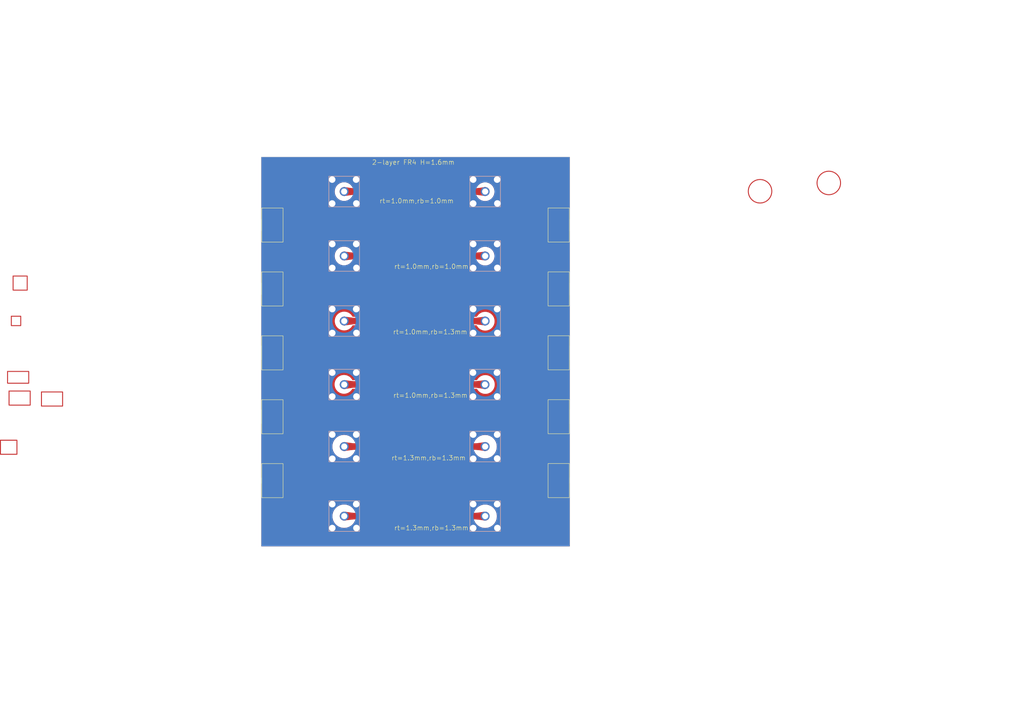
<source format=kicad_pcb>
(kicad_pcb (version 20240108) (generator "pcbnew") (generator_version "8.0")
  (layers (0 "F.Cu" signal) (31 "B.Cu" signal) (34 "B.Paste" user) (35 "F.Paste" user) (36 "B.SilkS" user "B.Silkscreen") (37 "F.SilkS" user "F.Silkscreen") (38 "B.Mask" user) (39 "F.Mask" user) (44 "Edge.Cuts" user))
  (net 0 "")
  (net 1 "Net-(SMA1-Pad1)")
  (net 2 "GND")
  (net 3 "Net-(SMA3-Pad1)")
  (net 4 "Net-(SMA5-Pad1)")
  (net 5 "Net-(SMA7-Pad1)")
  (net 6 "Net-(SMA10-Pad1)")
  (net 7 "Net-(SMA11-Pad1)")
  (net 8 "Net-(SMA12-Pad1)")
  (net 9 "Net-(SMA13-Pad1)")
  (net 10 "Net-(SMA15-Pad1)")
  (net 11 "Net-(SMA23-Pad1)")
  (net 12 "Net-(SMA28-Pad1)")
  (footprint "MUSIC_Lab:SMA_Edge" (layer "F.Cu") (at 143.9 75.1125 180)
    (property "Reference" "SMA4" (hide yes))
    (property "Value" "~" (hide yes))
    (pad "1" smd rect (at -0.75 0 180) (size 4.39 1) (layers "F.Cu" "F.Paste" "F.Mask") (net 3 "Net-(SMA3-Pad1)"))
    (pad "2" smd rect (at -0.86 -2.8 180) (size 4.5 1.6) (layers "*.Paste" "*.Mask" "F.Cu") (net 2 "GND"))
    (pad "2" smd rect (at -0.86 2.8 180) (size 4.5 1.6) (layers "*.Paste" "*.Mask" "F.Cu") (net 2 "GND"))
  )
  (footprint "MUSIC_Lab:SMA_Edge" (layer "F.Cu") (at 143.9 61.51 180)
    (property "Reference" "SMA2" (hide yes))
    (property "Value" "~" (hide yes))
    (pad "1" smd rect (at -0.75 0 180) (size 4.39 1) (layers "F.Cu" "F.Paste" "F.Mask") (net 1 "Net-(SMA1-Pad1)"))
    (pad "2" smd rect (at -0.86 -2.8 180) (size 4.5 1.6) (layers "*.Paste" "*.Mask" "F.Cu") (net 2 "GND"))
    (pad "2" smd rect (at -0.86 2.8 180) (size 4.5 1.6) (layers "*.Paste" "*.Mask" "F.Cu") (net 2 "GND"))
  )
  (footprint "MUSIC_Lab:SMA_Edge" (layer "F.Cu") (at 84.68 88.715)
    (property "Reference" "SMA5" (hide yes))
    (property "Value" "~" (hide yes))
    (pad "1" smd rect (at -0.75 0) (size 4.39 1) (layers "F.Cu" "F.Paste" "F.Mask") (net 4 "Net-(SMA5-Pad1)"))
    (pad "2" smd rect (at -0.86 -2.8) (size 4.5 1.6) (layers "*.Paste" "*.Mask" "F.Cu") (net 2 "GND"))
    (pad "2" smd rect (at -0.86 2.8) (size 4.5 1.6) (layers "*.Paste" "*.Mask" "F.Cu") (net 2 "GND"))
  )
  (footprint "MUSIC_Lab:SMA_Edge" (layer "F.Cu") (at 143.9 102.3175 180)
    (property "Reference" "SMA8" (hide yes))
    (property "Value" "~" (hide yes))
    (pad "1" smd rect (at -0.75 0 180) (size 4.39 1) (layers "F.Cu" "F.Paste" "F.Mask") (net 5 "Net-(SMA7-Pad1)"))
    (pad "2" smd rect (at -0.86 -2.8 180) (size 4.5 1.6) (layers "*.Paste" "*.Mask" "F.Cu") (net 2 "GND"))
    (pad "2" smd rect (at -0.86 2.8 180) (size 4.5 1.6) (layers "*.Paste" "*.Mask" "F.Cu") (net 2 "GND"))
  )
  (footprint "MUSIC_Lab:SMA_Edge" (layer "F.Cu") (at 84.68 115.92)
    (property "Reference" "SMA9" (hide yes))
    (property "Value" "~" (hide yes))
    (pad "1" smd rect (at -0.75 0) (size 4.39 1) (layers "F.Cu" "F.Paste" "F.Mask") (net 6 "Net-(SMA10-Pad1)"))
    (pad "2" smd rect (at -0.86 -2.8) (size 4.5 1.6) (layers "*.Paste" "*.Mask" "F.Cu") (net 2 "GND"))
    (pad "2" smd rect (at -0.86 2.8) (size 4.5 1.6) (layers "*.Paste" "*.Mask" "F.Cu") (net 2 "GND"))
  )
  (footprint "MUSIC_Lab:SMA_Edge" (layer "F.Cu") (at 84.68 61.51)
    (property "Reference" "SMA1" (hide yes))
    (property "Value" "~" (hide yes))
    (pad "1" smd rect (at -0.75 0) (size 4.39 1) (layers "F.Cu" "F.Paste" "F.Mask") (net 1 "Net-(SMA1-Pad1)"))
    (pad "2" smd rect (at -0.86 -2.8) (size 4.5 1.6) (layers "*.Paste" "*.Mask" "F.Cu") (net 2 "GND"))
    (pad "2" smd rect (at -0.86 2.8) (size 4.5 1.6) (layers "*.Paste" "*.Mask" "F.Cu") (net 2 "GND"))
  )
  (footprint "MUSIC_Lab:SMA_Edge" (layer "F.Cu") (at 84.68 75.1125)
    (property "Reference" "SMA3" (hide yes))
    (property "Value" "~" (hide yes))
    (pad "1" smd rect (at -0.75 0) (size 4.39 1) (layers "F.Cu" "F.Paste" "F.Mask") (net 3 "Net-(SMA3-Pad1)"))
    (pad "2" smd rect (at -0.86 -2.8) (size 4.5 1.6) (layers "*.Paste" "*.Mask" "F.Cu") (net 2 "GND"))
    (pad "2" smd rect (at -0.86 2.8) (size 4.5 1.6) (layers "*.Paste" "*.Mask" "F.Cu") (net 2 "GND"))
  )
  (footprint "MUSIC_Lab:SMA_Edge" (layer "F.Cu") (at 84.68 102.3175)
    (property "Reference" "SMA7" (hide yes))
    (property "Value" "~" (hide yes))
    (pad "1" smd rect (at -0.75 0) (size 4.39 1) (layers "F.Cu" "F.Paste" "F.Mask") (net 5 "Net-(SMA7-Pad1)"))
    (pad "2" smd rect (at -0.86 -2.8) (size 4.5 1.6) (layers "*.Paste" "*.Mask" "F.Cu") (net 2 "GND"))
    (pad "2" smd rect (at -0.86 2.8) (size 4.5 1.6) (layers "*.Paste" "*.Mask" "F.Cu") (net 2 "GND"))
  )
  (footprint "MUSIC_Lab:SMA_Edge" (layer "F.Cu") (at 143.9 88.715 180)
    (property "Reference" "SMA6" (hide yes))
    (property "Value" "~" (hide yes))
    (pad "1" smd rect (at -0.75 0 180) (size 4.39 1) (layers "F.Cu" "F.Paste" "F.Mask") (net 4 "Net-(SMA5-Pad1)"))
    (pad "2" smd rect (at -0.86 -2.8 180) (size 4.5 1.6) (layers "*.Paste" "*.Mask" "F.Cu") (net 2 "GND"))
    (pad "2" smd rect (at -0.86 2.8 180) (size 4.5 1.6) (layers "*.Paste" "*.Mask" "F.Cu") (net 2 "GND"))
  )
  (footprint "MUSIC_Lab:SMA_Edge" (layer "F.Cu") (at 143.9 115.92 180)
    (property "Reference" "SMA10" (hide yes))
    (property "Value" "~" (hide yes))
    (pad "1" smd rect (at -0.75 0 180) (size 4.39 1) (layers "F.Cu" "F.Paste" "F.Mask") (net 6 "Net-(SMA10-Pad1)"))
    (pad "2" smd rect (at -0.86 -2.8 180) (size 4.5 1.6) (layers "*.Paste" "*.Mask" "F.Cu") (net 2 "GND"))
    (pad "2" smd rect (at -0.86 2.8 180) (size 4.5 1.6) (layers "*.Paste" "*.Mask" "F.Cu") (net 2 "GND"))
  )
  (footprint "MUSIC_Lab:SMA_KHD" (layer "B.Cu") (at 99.155 95.45 180)
    (property "Reference" "SMA15" (hide yes))
    (property "Value" "~" (hide yes))
    (pad "1" thru_hole circle (at 0.04 -0.03 180) (size 1.9 1.9) (drill 1.3) (layers "*.Cu" "*.Mask") (net 10 "Net-(SMA15-Pad1)"))
    (pad "2" thru_hole circle (at -2.56 -2.57 180) (size 2 2) (drill 1.4) (layers "*.Cu" "*.Mask") (net 2 "GND") (thermal_bridge_width 0.5) (thermal_gap 0.25))
    (pad "2" thru_hole circle (at -2.51 2.52 180) (size 2 2) (drill 1.4) (layers "*.Cu" "*.Mask") (net 2 "GND") (thermal_bridge_width 0.5) (thermal_gap 0.25))
    (pad "2" thru_hole circle (at 2.59 -2.58 180) (size 2 2) (drill 1.4) (layers "*.Cu" "*.Mask") (net 2 "GND") (thermal_bridge_width 0.5) (thermal_gap 0.25))
    (pad "2" thru_hole circle (at 2.59 2.52 180) (size 2 2) (drill 1.4) (layers "*.Cu" "*.Mask") (net 2 "GND") (thermal_bridge_width 0.5) (thermal_gap 0.25))
  )
  (footprint "MUSIC_Lab:SMA_KHD" (layer "B.Cu") (at 129.125 108.71 90)
    (property "Reference" "SMA24" (hide yes))
    (property "Value" "~" (hide yes))
    (pad "1" thru_hole circle (at 0.04 -0.03 90) (size 1.9 1.9) (drill 1.3) (layers "*.Cu" "*.Mask") (net 11 "Net-(SMA23-Pad1)"))
    (pad "2" thru_hole circle (at -2.56 -2.57 90) (size 2 2) (drill 1.4) (layers "*.Cu" "*.Mask") (net 2 "GND") (thermal_bridge_width 0.5) (thermal_gap 0.25))
    (pad "2" thru_hole circle (at -2.51 2.52 90) (size 2 2) (drill 1.4) (layers "*.Cu" "*.Mask") (net 2 "GND") (thermal_bridge_width 0.5) (thermal_gap 0.25))
    (pad "2" thru_hole circle (at 2.59 -2.58 90) (size 2 2) (drill 1.4) (layers "*.Cu" "*.Mask") (net 2 "GND") (thermal_bridge_width 0.5) (thermal_gap 0.25))
    (pad "2" thru_hole circle (at 2.59 2.52 90) (size 2 2) (drill 1.4) (layers "*.Cu" "*.Mask") (net 2 "GND") (thermal_bridge_width 0.5) (thermal_gap 0.25))
  )
  (footprint "MUSIC_Lab:SMA_KHD" (layer "B.Cu") (at 99.145 108.71 90)
    (property "Reference" "SMA23" (hide yes))
    (property "Value" "~" (hide yes))
    (pad "1" thru_hole circle (at 0.04 -0.03 90) (size 1.9 1.9) (drill 1.3) (layers "*.Cu" "*.Mask") (net 11 "Net-(SMA23-Pad1)"))
    (pad "2" thru_hole circle (at -2.56 -2.57 90) (size 2 2) (drill 1.4) (layers "*.Cu" "*.Mask") (net 2 "GND") (thermal_bridge_width 0.5) (thermal_gap 0.25))
    (pad "2" thru_hole circle (at -2.51 2.52 90) (size 2 2) (drill 1.4) (layers "*.Cu" "*.Mask") (net 2 "GND") (thermal_bridge_width 0.5) (thermal_gap 0.25))
    (pad "2" thru_hole circle (at 2.59 -2.58 90) (size 2 2) (drill 1.4) (layers "*.Cu" "*.Mask") (net 2 "GND") (thermal_bridge_width 0.5) (thermal_gap 0.25))
    (pad "2" thru_hole circle (at 2.59 2.52 90) (size 2 2) (drill 1.4) (layers "*.Cu" "*.Mask") (net 2 "GND") (thermal_bridge_width 0.5) (thermal_gap 0.25))
  )
  (footprint "MUSIC_Lab:SMA_KHD" (layer "B.Cu") (at 129.135 68.07 180)
    (property "Reference" "SMA16" (hide yes))
    (property "Value" "~" (hide yes))
    (pad "1" thru_hole circle (at 0.04 -0.03 180) (size 1.9 1.9) (drill 1.3) (layers "*.Cu" "*.Mask") (net 7 "Net-(SMA11-Pad1)"))
    (pad "2" thru_hole circle (at -2.56 -2.57 180) (size 2 2) (drill 1.4) (layers "*.Cu" "*.Mask") (net 2 "GND") (thermal_bridge_width 0.5) (thermal_gap 0.25))
    (pad "2" thru_hole circle (at -2.51 2.52 180) (size 2 2) (drill 1.4) (layers "*.Cu" "*.Mask") (net 2 "GND") (thermal_bridge_width 0.5) (thermal_gap 0.25))
    (pad "2" thru_hole circle (at 2.59 -2.58 180) (size 2 2) (drill 1.4) (layers "*.Cu" "*.Mask") (net 2 "GND") (thermal_bridge_width 0.5) (thermal_gap 0.25))
    (pad "2" thru_hole circle (at 2.59 2.52 180) (size 2 2) (drill 1.4) (layers "*.Cu" "*.Mask") (net 2 "GND") (thermal_bridge_width 0.5) (thermal_gap 0.25))
  )
  (footprint "MUSIC_Lab:SMA_KHD" (layer "B.Cu") (at 129.135 81.92 180)
    (property "Reference" "SMA18" (hide yes))
    (property "Value" "~" (hide yes))
    (pad "1" thru_hole circle (at 0.04 -0.03 180) (size 1.9 1.9) (drill 1.3) (layers "*.Cu" "*.Mask") (net 9 "Net-(SMA13-Pad1)"))
    (pad "2" thru_hole circle (at -2.56 -2.57 180) (size 2 2) (drill 1.4) (layers "*.Cu" "*.Mask") (net 2 "GND") (thermal_bridge_width 0.5) (thermal_gap 0.25))
    (pad "2" thru_hole circle (at -2.51 2.52 180) (size 2 2) (drill 1.4) (layers "*.Cu" "*.Mask") (net 2 "GND") (thermal_bridge_width 0.5) (thermal_gap 0.25))
    (pad "2" thru_hole circle (at 2.59 -2.58 180) (size 2 2) (drill 1.4) (layers "*.Cu" "*.Mask") (net 2 "GND") (thermal_bridge_width 0.5) (thermal_gap 0.25))
    (pad "2" thru_hole circle (at 2.59 2.52 180) (size 2 2) (drill 1.4) (layers "*.Cu" "*.Mask") (net 2 "GND") (thermal_bridge_width 0.5) (thermal_gap 0.25))
  )
  (footprint "MUSIC_Lab:SMA_KHD" (layer "B.Cu") (at 99.155 81.92 180)
    (property "Reference" "SMA13" (hide yes))
    (property "Value" "~" (hide yes))
    (pad "1" thru_hole circle (at 0.04 -0.03 180) (size 1.9 1.9) (drill 1.3) (layers "*.Cu" "*.Mask") (net 9 "Net-(SMA13-Pad1)"))
    (pad "2" thru_hole circle (at -2.56 -2.57 180) (size 2 2) (drill 1.4) (layers "*.Cu" "*.Mask") (net 2 "GND") (thermal_bridge_width 0.5) (thermal_gap 0.25))
    (pad "2" thru_hole circle (at -2.51 2.52 180) (size 2 2) (drill 1.4) (layers "*.Cu" "*.Mask") (net 2 "GND") (thermal_bridge_width 0.5) (thermal_gap 0.25))
    (pad "2" thru_hole circle (at 2.59 -2.58 180) (size 2 2) (drill 1.4) (layers "*.Cu" "*.Mask") (net 2 "GND") (thermal_bridge_width 0.5) (thermal_gap 0.25))
    (pad "2" thru_hole circle (at 2.59 2.52 180) (size 2 2) (drill 1.4) (layers "*.Cu" "*.Mask") (net 2 "GND") (thermal_bridge_width 0.5) (thermal_gap 0.25))
  )
  (footprint "MUSIC_Lab:SMA_KHD" (layer "B.Cu") (at 99.155 68.07 180)
    (property "Reference" "SMA11" (hide yes))
    (property "Value" "~" (hide yes))
    (pad "1" thru_hole circle (at 0.04 -0.03 180) (size 1.9 1.9) (drill 1.3) (layers "*.Cu" "*.Mask") (net 7 "Net-(SMA11-Pad1)"))
    (pad "2" thru_hole circle (at -2.56 -2.57 180) (size 2 2) (drill 1.4) (layers "*.Cu" "*.Mask") (net 2 "GND") (thermal_bridge_width 0.5) (thermal_gap 0.25))
    (pad "2" thru_hole circle (at -2.51 2.52 180) (size 2 2) (drill 1.4) (layers "*.Cu" "*.Mask") (net 2 "GND") (thermal_bridge_width 0.5) (thermal_gap 0.25))
    (pad "2" thru_hole circle (at 2.59 -2.58 180) (size 2 2) (drill 1.4) (layers "*.Cu" "*.Mask") (net 2 "GND") (thermal_bridge_width 0.5) (thermal_gap 0.25))
    (pad "2" thru_hole circle (at 2.59 2.52 180) (size 2 2) (drill 1.4) (layers "*.Cu" "*.Mask") (net 2 "GND") (thermal_bridge_width 0.5) (thermal_gap 0.25))
  )
  (footprint "MUSIC_Lab:SMA_KHD" (layer "B.Cu") (at 129.095 95.45 180)
    (property "Reference" "SMA20" (hide yes))
    (property "Value" "~" (hide yes))
    (pad "1" thru_hole circle (at 0.04 -0.03 180) (size 1.9 1.9) (drill 1.3) (layers "*.Cu" "*.Mask") (net 10 "Net-(SMA15-Pad1)"))
    (pad "2" thru_hole circle (at -2.56 -2.57 180) (size 2 2) (drill 1.4) (layers "*.Cu" "*.Mask") (net 2 "GND") (thermal_bridge_width 0.5) (thermal_gap 0.25))
    (pad "2" thru_hole circle (at -2.51 2.52 180) (size 2 2) (drill 1.4) (layers "*.Cu" "*.Mask") (net 2 "GND") (thermal_bridge_width 0.5) (thermal_gap 0.25))
    (pad "2" thru_hole circle (at 2.59 -2.58 180) (size 2 2) (drill 1.4) (layers "*.Cu" "*.Mask") (net 2 "GND") (thermal_bridge_width 0.5) (thermal_gap 0.25))
    (pad "2" thru_hole circle (at 2.59 2.52 180) (size 2 2) (drill 1.4) (layers "*.Cu" "*.Mask") (net 2 "GND") (thermal_bridge_width 0.5) (thermal_gap 0.25))
  )
  (footprint "MUSIC_Lab:SMA_KHD" (layer "B.Cu") (at 99.135 54.35 180)
    (property "Reference" "SMA14" (hide yes))
    (property "Value" "~" (hide yes))
    (pad "1" thru_hole circle (at 0.04 -0.03 180) (size 1.9 1.9) (drill 1.3) (layers "*.Cu" "*.Mask") (net 8 "Net-(SMA12-Pad1)"))
    (pad "2" thru_hole circle (at -2.56 -2.57 180) (size 2 2) (drill 1.4) (layers "*.Cu" "*.Mask") (net 2 "GND") (thermal_bridge_width 0.5) (thermal_gap 0.25))
    (pad "2" thru_hole circle (at -2.51 2.52 180) (size 2 2) (drill 1.4) (layers "*.Cu" "*.Mask") (net 2 "GND") (thermal_bridge_width 0.5) (thermal_gap 0.25))
    (pad "2" thru_hole circle (at 2.59 -2.58 180) (size 2 2) (drill 1.4) (layers "*.Cu" "*.Mask") (net 2 "GND") (thermal_bridge_width 0.5) (thermal_gap 0.25))
    (pad "2" thru_hole circle (at 2.59 2.52 180) (size 2 2) (drill 1.4) (layers "*.Cu" "*.Mask") (net 2 "GND") (thermal_bridge_width 0.5) (thermal_gap 0.25))
  )
  (footprint "MUSIC_Lab:SMA_KHD" (layer "B.Cu") (at 99.155 123.45 180)
    (property "Reference" "SMA28" (hide yes))
    (property "Value" "~" (hide yes))
    (pad "1" thru_hole circle (at 0.04 -0.03 180) (size 1.9 1.9) (drill 1.3) (layers "*.Cu" "*.Mask") (net 12 "Net-(SMA28-Pad1)"))
    (pad "2" thru_hole circle (at -2.56 -2.57 180) (size 2 2) (drill 1.4) (layers "*.Cu" "*.Mask") (net 2 "GND") (thermal_bridge_width 0.5) (thermal_gap 0.25))
    (pad "2" thru_hole circle (at -2.51 2.52 180) (size 2 2) (drill 1.4) (layers "*.Cu" "*.Mask") (net 2 "GND") (thermal_bridge_width 0.5) (thermal_gap 0.25))
    (pad "2" thru_hole circle (at 2.59 -2.58 180) (size 2 2) (drill 1.4) (layers "*.Cu" "*.Mask") (net 2 "GND") (thermal_bridge_width 0.5) (thermal_gap 0.25))
    (pad "2" thru_hole circle (at 2.59 2.52 180) (size 2 2) (drill 1.4) (layers "*.Cu" "*.Mask") (net 2 "GND") (thermal_bridge_width 0.5) (thermal_gap 0.25))
  )
  (footprint "MUSIC_Lab:SMA_KHD" (layer "B.Cu") (at 129.135001 54.35 180)
    (property "Reference" "SMA12" (hide yes))
    (property "Value" "~" (hide yes))
    (pad "1" thru_hole circle (at 0.04 -0.03 180) (size 1.9 1.9) (drill 1.3) (layers "*.Cu" "*.Mask") (net 8 "Net-(SMA12-Pad1)"))
    (pad "2" thru_hole circle (at -2.56 -2.57 180) (size 2 2) (drill 1.4) (layers "*.Cu" "*.Mask") (net 2 "GND") (thermal_bridge_width 0.5) (thermal_gap 0.25))
    (pad "2" thru_hole circle (at -2.51 2.52 180) (size 2 2) (drill 1.4) (layers "*.Cu" "*.Mask") (net 2 "GND") (thermal_bridge_width 0.5) (thermal_gap 0.25))
    (pad "2" thru_hole circle (at 2.59 -2.58 180) (size 2 2) (drill 1.4) (layers "*.Cu" "*.Mask") (net 2 "GND") (thermal_bridge_width 0.5) (thermal_gap 0.25))
    (pad "2" thru_hole circle (at 2.59 2.52 180) (size 2 2) (drill 1.4) (layers "*.Cu" "*.Mask") (net 2 "GND") (thermal_bridge_width 0.5) (thermal_gap 0.25))
  )
  (footprint "MUSIC_Lab:SMA_KHD" (layer "B.Cu") (at 129.135 123.45 180)
    (property "Reference" "SMA30" (hide yes))
    (property "Value" "~" (hide yes))
    (pad "1" thru_hole circle (at 0.04 -0.03 180) (size 1.9 1.9) (drill 1.3) (layers "*.Cu" "*.Mask") (net 12 "Net-(SMA28-Pad1)"))
    (pad "2" thru_hole circle (at -2.56 -2.57 180) (size 2 2) (drill 1.4) (layers "*.Cu" "*.Mask") (net 2 "GND") (thermal_bridge_width 0.5) (thermal_gap 0.25))
    (pad "2" thru_hole circle (at -2.51 2.52 180) (size 2 2) (drill 1.4) (layers "*.Cu" "*.Mask") (net 2 "GND") (thermal_bridge_width 0.5) (thermal_gap 0.25))
    (pad "2" thru_hole circle (at 2.59 -2.58 180) (size 2 2) (drill 1.4) (layers "*.Cu" "*.Mask") (net 2 "GND") (thermal_bridge_width 0.5) (thermal_gap 0.25))
    (pad "2" thru_hole circle (at 2.59 2.52 180) (size 2 2) (drill 1.4) (layers "*.Cu" "*.Mask") (net 2 "GND") (thermal_bridge_width 0.5) (thermal_gap 0.25))
  )
  (gr_circle (center 187.58 54.32) (end 190.08 54.32) (stroke (width 0.2)) (fill none) (layer "F.Cu"))
  (gr_rect (start 28.67 72.37) (end 31.67 75.37) (stroke (width 0.2)) (fill none) (layer "F.Cu"))
  (gr_circle (center 202.21 52.55) (end 204.71 52.55) (stroke (width 0.2)) (fill none) (layer "F.Cu"))
  (gr_rect (start 34.7 97.05) (end 39.2 100.05) (stroke (width 0.2)) (fill none) (layer "F.Cu"))
  (gr_rect (start 28.29 80.92) (end 30.29 82.92) (stroke (width 0.2)) (fill none) (layer "F.Cu"))
  (gr_rect (start 27.81 96.85) (end 32.31 99.85) (stroke (width 0.2)) (fill none) (layer "F.Cu"))
  (gr_rect (start 27.49 92.68) (end 31.99 95.18) (stroke (width 0.2)) (fill none) (layer "F.Cu"))
  (gr_rect (start 25.98 107.32) (end 29.48 110.32) (stroke (width 0.2)) (fill none) (layer "F.Cu"))
  (gr_rect (start 81.47 47.01) (end 147.12 129.93) (stroke (width 0.05)) (fill none) (layer "Edge.Cuts"))
  (gr_text "rt=1.3mm,rb=1.3mm" (at 117.645 126.58 0) (layer "F.SilkS") (effects (font (size 1 1) (thickness 0.1)) (justify bottom)))
  (gr_text "rt=1.0mm,rb=1.0mm" (at 117.645 70.92 0) (layer "F.SilkS") (effects (font (size 1 1) (thickness 0.1)) (justify bottom)))
  (gr_text "rt=1.0mm,rb=1.3mm" (at 117.445 98.36 0) (layer "F.SilkS") (effects (font (size 1 1) (thickness 0.1)) (justify bottom)))
  (gr_text "rt=1.0mm,rb=1.3mm" (at 117.385 84.85 0) (layer "F.SilkS") (effects (font (size 1 1) (thickness 0.1)) (justify bottom)))
  (gr_text "rt=1.3mm,rb=1.3mm" (at 117.055 111.68 0) (layer "F.SilkS") (effects (font (size 1 1) (thickness 0.1)) (justify bottom)))
  (gr_text "rt=1.0mm,rb=1.0mm" (at 114.5 56.96 0) (layer "F.SilkS") (effects (font (size 1 1) (thickness 0.1)) (justify bottom)))
  (gr_text "2-layer FR4 H=1.6mm" (at 104.99 48.74 0) (layer "F.SilkS") (effects (font (size 1 1) (thickness 0.1)) (justify left bottom)))
  (segment (start 83.93 61.51) (end 144.86 61.51) (width 1.4) (layer "F.Cu") (net 1))
  (segment (start 83.93 75.1125) (end 144.65 75.1125) (width 1.4) (layer "F.Cu") (net 3))
  (segment (start 144.65 88.715) (end 83.93 88.715) (width 1.4) (layer "F.Cu") (net 4))
  (segment (start 83.93 102.3175) (end 144.65 102.3175) (width 1.4) (layer "F.Cu") (net 5))
  (segment (start 83.93 115.92) (end 144.65 115.92) (width 1.4) (layer "F.Cu") (net 6))
  (segment (start 99.095 68.1) (end 129.095 68.1) (width 1.4) (layer "F.Cu") (net 7))
  (segment (start 99.095 54.38) (end 129.095001 54.38) (width 1.4) (layer "F.Cu") (net 8))
  (segment (start 128.885001 54.38) (end 129.095001 54.17) (width 1.3) (layer "F.Cu") (net 8))
  (segment (start 99.155 81.95) (end 129.095 81.95) (width 1.4) (layer "F.Cu") (net 9))
  (segment (start 99.155 95.48) (end 99.185 95.45) (width 0.43) (layer "F.Cu") (net 10))
  (segment (start 99.185 95.45) (end 129.025 95.45) (width 1.4) (layer "F.Cu") (net 10))
  (segment (start 129.025 95.45) (end 129.055 95.48) (width 1.4) (layer "F.Cu") (net 10))
  (segment (start 129.135001 95.45) (end 129.105001 95.48) (width 0.43) (layer "F.Cu") (net 10))
  (segment (start 99.155 108.67) (end 129.095 108.67) (width 1.4) (layer "F.Cu") (net 11))
  (segment (start 99.115 123.48) (end 129.095 123.48) (width 1.4) (layer "F.Cu") (net 12))
  (zone (net 0) (net_name "") (layer "F.Cu") (connect_pads (clearance 0)) (min_thickness 0.25)
    (keepout (tracks allowed) (vias not_allowed) (pads allowed) (copperpour not_allowed) (footprints allowed))
    (fill (thermal_gap 0.5) (thermal_bridge_width 0.5))
    (polygon (pts (xy 34.44 92.83) (xy 38.94 92.83) (xy 38.94 95.33) (xy 34.44 95.33)))
  )
  (zone (net 0) (net_name "") (layer "F.Cu") (connect_pads (clearance 0)) (min_thickness 0.25)
    (keepout (tracks allowed) (vias not_allowed) (pads allowed) (copperpour not_allowed) (footprints allowed))
    (fill (thermal_gap 0.5) (thermal_bridge_width 0.5))
    (polygon (pts (xy 81.51 60.26) (xy 86.01 60.26) (xy 87.11 60.93) (xy 87.11 62.1) (xy 86.01 62.76) (xy 81.51 62.76)))
  )
  (zone (net 0) (net_name "") (layer "F.Cu") (connect_pads (clearance 0)) (min_thickness 0.25)
    (keepout (tracks allowed) (vias not_allowed) (pads allowed) (copperpour not_allowed) (footprints allowed))
    (fill (thermal_gap 0.5) (thermal_bridge_width 0.5))
    (polygon (pts (xy 147.04 62.77) (xy 142.54 62.77) (xy 141.44 62.1) (xy 141.44 60.93) (xy 142.54 60.27) (xy 147.04 60.27)))
  )
  (zone (net 0) (net_name "") (layer "F.Cu") (connect_pads (clearance 0)) (min_thickness 0.25)
    (keepout (tracks allowed) (vias not_allowed) (pads allowed) (copperpour not_allowed) (footprints allowed))
    (fill (thermal_gap 0.5) (thermal_bridge_width 0.5))
    (polygon (pts (xy 101.10037 81.950357) (xy 101.080013 81.665727) (xy 101.019356 81.386892) (xy 100.919634 81.119527) (xy 100.782877 80.869075) (xy 100.611869 80.640636) (xy 100.410091 80.438858) (xy 100.181652 80.26785) (xy 99.9312 80.131093) (xy 99.663835 80.031371) (xy 99.385 79.970714) (xy 99.10037 79.950357) (xy 98.81574 79.970714) (xy 98.536905 80.031371) (xy 98.26954 80.131093) (xy 98.019088 80.26785) (xy 97.790649 80.438858) (xy 97.588871 80.640636) (xy 97.417863 80.869075) (xy 97.281106 81.119527) (xy 97.181384 81.386892) (xy 97.120727 81.665727) (xy 97.10037 81.950357) (xy 97.120727 82.234987) (xy 97.181384 82.513822) (xy 97.281106 82.781187) (xy 97.417863 83.031639) (xy 97.588871 83.260078) (xy 97.790649 83.461856) (xy 98.019088 83.632864) (xy 98.26954 83.769621) (xy 98.536905 83.869343) (xy 98.81574 83.93) (xy 99.10037 83.950357) (xy 99.385 83.93) (xy 99.663835 83.869343) (xy 99.9312 83.769621) (xy 100.181652 83.632864) (xy 100.410091 83.461856) (xy 100.611869 83.260078) (xy 100.782877 83.031639) (xy 100.919634 82.781187) (xy 101.019356 82.513822) (xy 101.080013 82.234987)))
  )
  (zone (net 0) (net_name "") (layer "F.Cu") (connect_pads (clearance 0)) (min_thickness 0.25)
    (keepout (tracks allowed) (vias not_allowed) (pads allowed) (copperpour not_allowed) (footprints allowed))
    (fill (thermal_gap 0.5) (thermal_bridge_width 0.5))
    (polygon (pts (xy 81.52847 100.810336) (xy 85.02847 100.810336) (xy 87.03847 101.810336) (xy 87.03847 102.810336) (xy 85.02847 103.810336) (xy 81.52847 103.810336)))
  )
  (zone (net 0) (net_name "") (layer "F.Cu") (connect_pads (clearance 0)) (min_thickness 0.25)
    (keepout (tracks allowed) (vias not_allowed) (pads allowed) (copperpour not_allowed) (footprints allowed))
    (fill (thermal_gap 0.5) (thermal_bridge_width 0.5))
    (polygon (pts (xy 131.135357 95.45537) (xy 131.115 95.17074) (xy 131.054343 94.891905) (xy 130.954621 94.62454) (xy 130.817864 94.374088) (xy 130.646856 94.145649) (xy 130.445078 93.943871) (xy 130.216639 93.772863) (xy 129.966187 93.636106) (xy 129.698822 93.536384) (xy 129.419987 93.475727) (xy 129.135357 93.45537) (xy 128.850727 93.475727) (xy 128.571892 93.536384) (xy 128.304527 93.636106) (xy 128.054075 93.772863) (xy 127.825636 93.943871) (xy 127.623858 94.145649) (xy 127.45285 94.374088) (xy 127.316093 94.62454) (xy 127.216371 94.891905) (xy 127.155714 95.17074) (xy 127.135357 95.45537) (xy 127.155714 95.74) (xy 127.216371 96.018835) (xy 127.316093 96.2862) (xy 127.45285 96.536652) (xy 127.623858 96.765091) (xy 127.825636 96.966869) (xy 128.054075 97.137877) (xy 128.304527 97.274634) (xy 128.571892 97.374356) (xy 128.850727 97.435013) (xy 129.135357 97.45537) (xy 129.419987 97.435013) (xy 129.698822 97.374356) (xy 129.966187 97.274634) (xy 130.216639 97.137877) (xy 130.445078 96.966869) (xy 130.646856 96.765091) (xy 130.817864 96.536652) (xy 130.954621 96.2862) (xy 131.054343 96.018835) (xy 131.115 95.74)))
  )
  (zone (net 0) (net_name "") (layer "F.Cu") (connect_pads (clearance 0)) (min_thickness 0.25)
    (keepout (tracks not_allowed) (vias not_allowed) (pads not_allowed) (copperpour not_allowed) (footprints allowed))
    (fill (thermal_gap 0.5) (thermal_bridge_width 0.5))
    (polygon (pts (xy 37.07 106.38) (xy 41.57 106.38) (xy 41.57 109.38) (xy 37.07 109.38)))
  )
  (zone (net 0) (net_name "") (layer "F.Cu") (connect_pads (clearance 0)) (min_thickness 0.25)
    (keepout (tracks not_allowed) (vias not_allowed) (pads not_allowed) (copperpour not_allowed) (footprints allowed))
    (fill (thermal_gap 0.5) (thermal_bridge_width 0.5))
    (polygon (pts (xy 31.88 106.57) (xy 36.38 106.57) (xy 36.38 109.57) (xy 31.88 109.57)))
  )
  (zone (net 0) (net_name "") (layer "F.Cu") (connect_pads (clearance 0)) (min_thickness 0.25)
    (keepout (tracks allowed) (vias not_allowed) (pads allowed) (copperpour not_allowed) (footprints allowed))
    (fill (thermal_gap 0.5) (thermal_bridge_width 0.5))
    (polygon (pts (xy 147.04613 103.812064) (xy 143.54613 103.812064) (xy 141.53613 102.812065) (xy 141.53613 101.812064) (xy 143.54613 100.812064) (xy 147.046129 100.812064)))
  )
  (zone (net 0) (net_name "") (layer "F.Cu") (connect_pads (clearance 0)) (min_thickness 0.25)
    (keepout (tracks allowed) (vias not_allowed) (pads allowed) (copperpour not_allowed) (footprints allowed))
    (fill (thermal_gap 0.5) (thermal_bridge_width 0.5))
    (polygon (pts (xy 101.061535 95.431014) (xy 101.041178 95.146384) (xy 100.980521 94.867549) (xy 100.880799 94.600184) (xy 100.744042 94.349732) (xy 100.573034 94.121293) (xy 100.371256 93.919515) (xy 100.142817 93.748507) (xy 99.892365 93.61175) (xy 99.625 93.512028) (xy 99.346165 93.451371) (xy 99.061535 93.431014) (xy 98.776905 93.451371) (xy 98.49807 93.512028) (xy 98.230705 93.61175) (xy 97.980253 93.748507) (xy 97.751814 93.919515) (xy 97.550036 94.121293) (xy 97.379028 94.349732) (xy 97.242271 94.600184) (xy 97.142549 94.867549) (xy 97.081892 95.146384) (xy 97.061535 95.431014) (xy 97.081892 95.715644) (xy 97.142549 95.994479) (xy 97.242271 96.261844) (xy 97.379028 96.512296) (xy 97.550036 96.740735) (xy 97.751814 96.942513) (xy 97.980253 97.113521) (xy 98.230705 97.250278) (xy 98.49807 97.35) (xy 98.776905 97.410657) (xy 99.061535 97.431014) (xy 99.346165 97.410657) (xy 99.625 97.35) (xy 99.892365 97.250278) (xy 100.142817 97.113521) (xy 100.371256 96.942513) (xy 100.573034 96.740735) (xy 100.744042 96.512296) (xy 100.880799 96.261844) (xy 100.980521 95.994479) (xy 101.041178 95.715644)))
  )
  (zone (net 0) (net_name "") (layer "F.Cu") (connect_pads (clearance 0)) (min_thickness 0.25)
    (keepout (tracks allowed) (vias not_allowed) (pads allowed) (copperpour not_allowed) (footprints allowed))
    (fill (thermal_gap 0.5) (thermal_bridge_width 0.5))
    (polygon (pts (xy 63.63 58.2) (xy 68.13 58.2) (xy 69.23 58.87) (xy 69.23 60.04) (xy 68.13 60.7) (xy 63.63 60.7)))
  )
  (zone (net 0) (net_name "") (layer "F.Cu") (connect_pads (clearance 0)) (min_thickness 0.25)
    (keepout (tracks allowed) (vias not_allowed) (pads allowed) (copperpour not_allowed) (footprints allowed))
    (fill (thermal_gap 0.5) (thermal_bridge_width 0.5))
    (polygon (pts (xy 34.86 79.43) (xy 35.96 80.1) (xy 35.96 81.27) (xy 34.86 81.93)))
  )
  (zone (net 0) (net_name "") (layer "F.Cu") (connect_pads (clearance 0)) (min_thickness 0.25)
    (keepout (tracks allowed) (vias not_allowed) (pads allowed) (copperpour not_allowed) (footprints allowed))
    (fill (thermal_gap 0.5) (thermal_bridge_width 0.5))
    (polygon (pts (xy 131.105279 81.988501) (xy 131.084922 81.703871) (xy 131.024265 81.425036) (xy 130.924543 81.157671) (xy 130.787786 80.907219) (xy 130.616778 80.67878) (xy 130.415 80.477002) (xy 130.186561 80.305994) (xy 129.936109 80.169237) (xy 129.668744 80.069515) (xy 129.389909 80.008858) (xy 129.105279 79.988501) (xy 128.820649 80.008858) (xy 128.541814 80.069515) (xy 128.274449 80.169237) (xy 128.023997 80.305994) (xy 127.795558 80.477002) (xy 127.59378 80.67878) (xy 127.422772 80.907219) (xy 127.286015 81.157671) (xy 127.186293 81.425036) (xy 127.125636 81.703871) (xy 127.105279 81.988501) (xy 127.125636 82.273131) (xy 127.186293 82.551966) (xy 127.286015 82.819331) (xy 127.422772 83.069783) (xy 127.59378 83.298222) (xy 127.795558 83.5) (xy 128.023997 83.671008) (xy 128.274449 83.807765) (xy 128.541814 83.907487) (xy 128.820649 83.968144) (xy 129.105279 83.988501) (xy 129.389909 83.968144) (xy 129.668744 83.907487) (xy 129.936109 83.807765) (xy 130.186561 83.671008) (xy 130.415 83.5) (xy 130.616778 83.298222) (xy 130.787786 83.069783) (xy 130.924543 82.819331) (xy 131.024265 82.551966) (xy 131.084922 82.273131)))
  )
  (zone (net 0) (net_name "") (layer "F.Cu") (connect_pads (clearance 0)) (min_thickness 0.25)
    (keepout (tracks not_allowed) (vias not_allowed) (pads not_allowed) (copperpour not_allowed) (footprints allowed))
    (fill (thermal_gap 0.5) (thermal_bridge_width 0.5))
    (polygon (pts (xy 28.58 87.13) (xy 33.08 87.13) (xy 33.08 90.13) (xy 28.58 90.13)))
  )
  (zone (net 0) (net_name "") (layer "F.Cu") (connect_pads (clearance 0)) (min_thickness 0.25)
    (keepout (tracks allowed) (vias not_allowed) (pads not_allowed) (copperpour not_allowed) (footprints allowed))
    (fill (thermal_gap 0.5) (thermal_bridge_width 0.5))
    (polygon (pts (xy 31.543397 80.736755) (xy 33.543397 80.736755) (xy 33.543397 82.736755) (xy 31.543397 82.736755)))
  )
  (zone (net 0) (net_name "") (layer "F.Cu") (connect_pads (clearance 0)) (min_thickness 0.25)
    (keepout (tracks allowed) (vias not_allowed) (pads allowed) (copperpour not_allowed) (footprints allowed))
    (fill (thermal_gap 0.5) (thermal_bridge_width 0.5))
    (polygon (pts (xy 147.05 76.409999) (xy 142.55 76.41) (xy 141.45 75.74) (xy 141.45 74.57) (xy 142.55 73.91) (xy 147.050001 73.91)))
  )
  (zone (net 0) (net_name "") (layer "F.Cu") (connect_pads (clearance 0)) (min_thickness 0.25)
    (keepout (tracks allowed) (vias not_allowed) (pads allowed) (copperpour not_allowed) (footprints allowed))
    (fill (thermal_gap 0.5) (thermal_bridge_width 0.5))
    (polygon (pts (xy 64.008 63.246) (xy 67.508 63.246) (xy 69.518 64.246) (xy 69.518 65.246) (xy 67.508 66.246) (xy 64.008 66.246)))
  )
  (zone (net 0) (net_name "") (layer "F.Cu") (connect_pads (clearance 0)) (min_thickness 0.25)
    (keepout (tracks allowed) (vias not_allowed) (pads allowed) (copperpour not_allowed) (footprints allowed))
    (fill (thermal_gap 0.5) (thermal_bridge_width 0.5))
    (polygon (pts (xy 28.52 75.77) (xy 30.53 76.77) (xy 30.53 77.77) (xy 28.52 78.77)))
  )
  (zone (net 0) (net_name "") (layer "F.Cu") (connect_pads (clearance 0)) (min_thickness 0.25)
    (keepout (tracks allowed) (vias not_allowed) (pads allowed) (copperpour not_allowed) (footprints allowed))
    (fill (thermal_gap 0.5) (thermal_bridge_width 0.5))
    (polygon (pts (xy 147.0354 90.249) (xy 143.5354 90.249) (xy 141.5254 89.249) (xy 141.5254 88.249) (xy 143.5354 87.249) (xy 147.0354 87.249)))
  )
  (zone (net 0) (net_name "") (layer "F.Cu") (connect_pads (clearance 0)) (min_thickness 0.25)
    (keepout (tracks allowed) (vias not_allowed) (pads allowed) (copperpour not_allowed) (footprints allowed))
    (fill (thermal_gap 0.5) (thermal_bridge_width 0.5))
    (polygon (pts (xy 81.5646 87.1982) (xy 85.0646 87.1982) (xy 87.0746 88.1982) (xy 87.0746 89.1982) (xy 85.0646 90.1982) (xy 81.5646 90.1982)))
  )
  (zone (net 0) (net_name "") (layer "F.Cu") (connect_pads (clearance 0)) (min_thickness 0.25)
    (keepout (tracks allowed) (vias not_allowed) (pads not_allowed) (copperpour not_allowed) (footprints allowed))
    (fill (thermal_gap 0.5) (thermal_bridge_width 0.5))
    (polygon (pts (xy 34.32 87.6) (xy 39.82 87.6) (xy 39.82 90.6) (xy 34.32 90.6)))
  )
  (zone (net 0) (net_name "") (layer "F.Cu") (connect_pads (clearance 0)) (min_thickness 0.25)
    (keepout (tracks allowed) (vias not_allowed) (pads allowed) (copperpour not_allowed) (footprints allowed))
    (fill (thermal_gap 0.5) (thermal_bridge_width 0.5))
    (polygon (pts (xy 101.085279 54.391499) (xy 101.064922 54.106869) (xy 101.004265 53.828034) (xy 100.904543 53.560669) (xy 100.767786 53.310217) (xy 100.596778 53.081778) (xy 100.395 52.88) (xy 100.166561 52.708992) (xy 99.916109 52.572235) (xy 99.648744 52.472513) (xy 99.369909 52.411856) (xy 99.085279 52.391499) (xy 98.800649 52.411856) (xy 98.521814 52.472513) (xy 98.254449 52.572235) (xy 98.003997 52.708992) (xy 97.775558 52.88) (xy 97.57378 53.081778) (xy 97.402772 53.310217) (xy 97.266015 53.560669) (xy 97.166293 53.828034) (xy 97.105636 54.106869) (xy 97.085279 54.391499) (xy 97.105636 54.676129) (xy 97.166293 54.954964) (xy 97.266015 55.222329) (xy 97.402772 55.472781) (xy 97.57378 55.70122) (xy 97.775558 55.902998) (xy 98.003997 56.074006) (xy 98.254449 56.210763) (xy 98.521814 56.310485) (xy 98.800649 56.371142) (xy 99.085279 56.391499) (xy 99.369909 56.371142) (xy 99.648744 56.310485) (xy 99.916109 56.210763) (xy 100.166561 56.074006) (xy 100.395 55.902998) (xy 100.596778 55.70122) (xy 100.767786 55.472781) (xy 100.904543 55.222329) (xy 101.004265 54.954964) (xy 101.064922 54.676129)))
  )
  (zone (net 0) (net_name "") (layer "F.Cu") (connect_pads (clearance 0)) (min_thickness 0.25)
    (keepout (tracks allowed) (vias not_allowed) (pads allowed) (copperpour not_allowed) (footprints allowed))
    (fill (thermal_gap 0.5) (thermal_bridge_width 0.5))
    (polygon (pts (xy 81.54 73.84) (xy 86.04 73.84) (xy 87.14 74.51) (xy 87.14 75.68) (xy 86.04 76.34) (xy 81.54 76.34)))
  )
  (zone (net 0) (net_name "") (layer "F.Cu") (connect_pads (clearance 0)) (min_thickness 0.25)
    (keepout (tracks allowed) (vias not_allowed) (pads not_allowed) (copperpour not_allowed) (footprints allowed))
    (fill (thermal_gap 0.5) (thermal_bridge_width 0.5))
    (polygon (pts (xy 42.613664 68.370038) (xy 42.593307 68.085408) (xy 42.53265 67.806573) (xy 42.432928 67.539208) (xy 42.296171 67.288756) (xy 42.125163 67.060317) (xy 41.923385 66.858539) (xy 41.694946 66.687531) (xy 41.444494 66.550774) (xy 41.177129 66.451052) (xy 40.898294 66.390395) (xy 40.613664 66.370038) (xy 40.329034 66.390395) (xy 40.050199 66.451052) (xy 39.782834 66.550774) (xy 39.532382 66.687531) (xy 39.303943 66.858539) (xy 39.102165 67.060317) (xy 38.931157 67.288756) (xy 38.7944 67.539208) (xy 38.694678 67.806573) (xy 38.634021 68.085408) (xy 38.613664 68.370038) (xy 38.634021 68.654668) (xy 38.694678 68.933503) (xy 38.7944 69.200868) (xy 38.931157 69.45132) (xy 39.102165 69.679759) (xy 39.303943 69.881537) (xy 39.532382 70.052545) (xy 39.782834 70.189302) (xy 40.050199 70.289024) (xy 40.329034 70.349681) (xy 40.613664 70.370038) (xy 40.898294 70.349681) (xy 41.177129 70.289024) (xy 41.444494 70.189302) (xy 41.694946 70.052545) (xy 41.923385 69.881537) (xy 42.125163 69.679759) (xy 42.296171 69.45132) (xy 42.432928 69.200868) (xy 42.53265 68.933503) (xy 42.593307 68.654668)))
  )
  (zone (net 0) (net_name "") (layer "F.Cu") (connect_pads (clearance 0)) (min_thickness 0.25)
    (keepout (tracks allowed) (vias not_allowed) (pads allowed) (copperpour not_allowed) (footprints allowed))
    (fill (thermal_gap 0.5) (thermal_bridge_width 0.5))
    (polygon (pts (xy 28.45 83.93) (xy 32.95 83.93) (xy 32.95 86.43) (xy 28.45 86.43)))
  )
  (zone (net 0) (net_name "") (layers "F&B.Cu") (connect_pads (clearance 0)) (min_thickness 0.25)
    (keepout (tracks allowed) (vias not_allowed) (pads allowed) (copperpour not_allowed) (footprints allowed))
    (fill (thermal_gap 0.5) (thermal_bridge_width 0.5))
    (polygon (pts (xy 101.580456 108.678236) (xy 101.560743 108.364903) (xy 101.501914 108.056511) (xy 101.404897 107.757925) (xy 101.271223 107.473852) (xy 101.102998 107.208773) (xy 100.902878 106.966868) (xy 100.674016 106.751953) (xy 100.420023 106.567416) (xy 100.144904 106.416168) (xy 99.852998 106.300595) (xy 99.548909 106.222518) (xy 99.237432 106.183169) (xy 98.92348 106.183169) (xy 98.612003 106.222518) (xy 98.307914 106.300595) (xy 98.016008 106.416168) (xy 97.740889 106.567416) (xy 97.486896 106.751953) (xy 97.258034 106.966868) (xy 97.057914 107.208773) (xy 96.889689 107.473852) (xy 96.756015 107.757925) (xy 96.658998 108.056511) (xy 96.600169 108.364903) (xy 96.580456 108.678236) (xy 96.600169 108.991569) (xy 96.658998 109.299961) (xy 96.756015 109.598547) (xy 96.889689 109.88262) (xy 97.057914 110.147699) (xy 97.258034 110.389604) (xy 97.486896 110.604519) (xy 97.740889 110.789056) (xy 98.016008 110.940304) (xy 98.307914 111.055877) (xy 98.612003 111.133954) (xy 98.92348 111.173303) (xy 99.237432 111.173303) (xy 99.548909 111.133954) (xy 99.852998 111.055877) (xy 100.144904 110.940304) (xy 100.420023 110.789056) (xy 100.674016 110.604519) (xy 100.902878 110.389604) (xy 101.102998 110.147699) (xy 101.271223 109.88262) (xy 101.404897 109.598547) (xy 101.501914 109.299961) (xy 101.560743 108.991569)))
  )
  (zone (net 0) (net_name "") (layers "F&B.Cu") (connect_pads (clearance 0)) (min_thickness 0.25)
    (keepout (tracks allowed) (vias not_allowed) (pads allowed) (copperpour not_allowed) (footprints allowed))
    (fill (thermal_gap 0.5) (thermal_bridge_width 0.5))
    (polygon (pts (xy 101.075736 68.10083) (xy 101.055379 67.8162) (xy 100.994722 67.537365) (xy 100.895 67.27) (xy 100.758243 67.019548) (xy 100.587235 66.791109) (xy 100.385457 66.589331) (xy 100.157018 66.418323) (xy 99.906566 66.281566) (xy 99.639201 66.181844) (xy 99.360366 66.121187) (xy 99.075736 66.10083) (xy 98.791106 66.121187) (xy 98.512271 66.181844) (xy 98.244906 66.281566) (xy 97.994454 66.418323) (xy 97.766015 66.589331) (xy 97.564237 66.791109) (xy 97.393229 67.019548) (xy 97.256472 67.27) (xy 97.15675 67.537365) (xy 97.096093 67.8162) (xy 97.075736 68.10083) (xy 97.096093 68.38546) (xy 97.15675 68.664295) (xy 97.256472 68.93166) (xy 97.393229 69.182112) (xy 97.564237 69.410551) (xy 97.766015 69.612329) (xy 97.994454 69.783337) (xy 98.244906 69.920094) (xy 98.512271 70.019816) (xy 98.791106 70.080473) (xy 99.075736 70.10083) (xy 99.360366 70.080473) (xy 99.639201 70.019816) (xy 99.906566 69.920094) (xy 100.157018 69.783337) (xy 100.385457 69.612329) (xy 100.587235 69.410551) (xy 100.758243 69.182112) (xy 100.895 68.93166) (xy 100.994722 68.664295) (xy 101.055379 68.38546)))
  )
  (zone (net 0) (net_name "") (layers "F&B.Cu") (connect_pads (clearance 0)) (min_thickness 0.25)
    (keepout (tracks allowed) (vias not_allowed) (pads allowed) (copperpour not_allowed) (footprints allowed))
    (fill (thermal_gap 0.5) (thermal_bridge_width 0.5))
    (polygon (pts (xy 101.595 123.5) (xy 101.575287 123.186667) (xy 101.516458 122.878275) (xy 101.419441 122.579689) (xy 101.285767 122.295616) (xy 101.117542 122.030537) (xy 100.917422 121.788632) (xy 100.68856 121.573717) (xy 100.434567 121.38918) (xy 100.159448 121.237932) (xy 99.867542 121.122359) (xy 99.563453 121.044282) (xy 99.251976 121.004933) (xy 98.938024 121.004933) (xy 98.626547 121.044282) (xy 98.322458 121.122359) (xy 98.030552 121.237932) (xy 97.755433 121.38918) (xy 97.50144 121.573717) (xy 97.272578 121.788632) (xy 97.072458 122.030537) (xy 96.904233 122.295616) (xy 96.770559 122.579689) (xy 96.673542 122.878275) (xy 96.614713 123.186667) (xy 96.595 123.5) (xy 96.614713 123.813333) (xy 96.673542 124.121725) (xy 96.770559 124.420311) (xy 96.904233 124.704384) (xy 97.072458 124.969463) (xy 97.272578 125.211368) (xy 97.50144 125.426283) (xy 97.755433 125.61082) (xy 98.030552 125.762068) (xy 98.322458 125.877641) (xy 98.626547 125.955718) (xy 98.938024 125.995067) (xy 99.251976 125.995067) (xy 99.563453 125.955718) (xy 99.867542 125.877641) (xy 100.159448 125.762068) (xy 100.434567 125.61082) (xy 100.68856 125.426283) (xy 100.917422 125.211368) (xy 101.117542 124.969463) (xy 101.285767 124.704384) (xy 101.419441 124.420311) (xy 101.516458 124.121725) (xy 101.575287 123.813333)))
  )
  (zone (net 2) (net_name "GND") (layers "F&B.Cu") (connect_pads yes (clearance 0.2)) (min_thickness 0.125) (fill yes (thermal_gap 0.5) (thermal_bridge_width 0.5) (smoothing chamfer) (island_removal_mode 2) (island_area_min 1.5))
    (polygon (pts (xy 58.92992 13.6) (xy 127.774025 15.26846) (xy 241.74 18.194888) (xy 243.75 59.74) (xy 238.54 164.10935) (xy 50.82 165.15) (xy 51.71 149.64)))
  )
  (zone (net 0) (net_name "") (layers "F&B.Cu") (connect_pads (clearance 0)) (min_thickness 0.25)
    (keepout (tracks allowed) (vias not_allowed) (pads allowed) (copperpour not_allowed) (footprints allowed))
    (fill (thermal_gap 0.5) (thermal_bridge_width 0.5))
    (polygon (pts (xy 131.085279 54.411499) (xy 131.064922 54.126869) (xy 131.004265 53.848034) (xy 130.904543 53.580669) (xy 130.767786 53.330217) (xy 130.596778 53.101778) (xy 130.395 52.9) (xy 130.166561 52.728992) (xy 129.916109 52.592235) (xy 129.648744 52.492513) (xy 129.369909 52.431856) (xy 129.085279 52.411499) (xy 128.800649 52.431856) (xy 128.521814 52.492513) (xy 128.254449 52.592235) (xy 128.003997 52.728992) (xy 127.775558 52.9) (xy 127.57378 53.101778) (xy 127.402772 53.330217) (xy 127.266015 53.580669) (xy 127.166293 53.848034) (xy 127.105636 54.126869) (xy 127.085279 54.411499) (xy 127.105636 54.696129) (xy 127.166293 54.974964) (xy 127.266015 55.242329) (xy 127.402772 55.492781) (xy 127.57378 55.72122) (xy 127.775558 55.922998) (xy 128.003997 56.094006) (xy 128.254449 56.230763) (xy 128.521814 56.330485) (xy 128.800649 56.391142) (xy 129.085279 56.411499) (xy 129.369909 56.391142) (xy 129.648744 56.330485) (xy 129.916109 56.230763) (xy 130.166561 56.094006) (xy 130.395 55.922998) (xy 130.596778 55.72122) (xy 130.767786 55.492781) (xy 130.904543 55.242329) (xy 131.004265 54.974964) (xy 131.064922 54.696129)))
  )
  (zone (net 0) (net_name "") (layers "F&B.Cu") (connect_pads (clearance 0)) (min_thickness 0.25)
    (keepout (tracks allowed) (vias not_allowed) (pads allowed) (copperpour not_allowed) (footprints allowed))
    (fill (thermal_gap 0.5) (thermal_bridge_width 0.5))
    (polygon (pts (xy 131.580456 108.688236) (xy 131.560743 108.374903) (xy 131.501914 108.066511) (xy 131.404897 107.767925) (xy 131.271223 107.483852) (xy 131.102998 107.218773) (xy 130.902878 106.976868) (xy 130.674016 106.761953) (xy 130.420023 106.577416) (xy 130.144904 106.426168) (xy 129.852998 106.310595) (xy 129.548909 106.232518) (xy 129.237432 106.193169) (xy 128.92348 106.193169) (xy 128.612003 106.232518) (xy 128.307914 106.310595) (xy 128.016008 106.426168) (xy 127.740889 106.577416) (xy 127.486896 106.761953) (xy 127.258034 106.976868) (xy 127.057914 107.218773) (xy 126.889689 107.483852) (xy 126.756015 107.767925) (xy 126.658998 108.066511) (xy 126.600169 108.374903) (xy 126.580456 108.688236) (xy 126.600169 109.001569) (xy 126.658998 109.309961) (xy 126.756015 109.608547) (xy 126.889689 109.89262) (xy 127.057914 110.157699) (xy 127.258034 110.399604) (xy 127.486896 110.614519) (xy 127.740889 110.799056) (xy 128.016008 110.950304) (xy 128.307914 111.065877) (xy 128.612003 111.143954) (xy 128.92348 111.183303) (xy 129.237432 111.183303) (xy 129.548909 111.143954) (xy 129.852998 111.065877) (xy 130.144904 110.950304) (xy 130.420023 110.799056) (xy 130.674016 110.614519) (xy 130.902878 110.399604) (xy 131.102998 110.157699) (xy 131.271223 109.89262) (xy 131.404897 109.608547) (xy 131.501914 109.309961) (xy 131.560743 109.001569)))
  )
  (zone (net 0) (net_name "") (layers "F&B.Cu") (connect_pads (clearance 0)) (min_thickness 0.25)
    (keepout (tracks allowed) (vias not_allowed) (pads allowed) (copperpour not_allowed) (footprints allowed))
    (fill (thermal_gap 0.5) (thermal_bridge_width 0.5))
    (polygon (pts (xy 131.597542 123.510537) (xy 131.577829 123.197204) (xy 131.519 122.888812) (xy 131.421983 122.590226) (xy 131.288309 122.306153) (xy 131.120084 122.041074) (xy 130.919964 121.799169) (xy 130.691102 121.584254) (xy 130.437109 121.399717) (xy 130.16199 121.248469) (xy 129.870084 121.132896) (xy 129.565995 121.054819) (xy 129.254518 121.01547) (xy 128.940566 121.01547) (xy 128.629089 121.054819) (xy 128.325 121.132896) (xy 128.033094 121.248469) (xy 127.757975 121.399717) (xy 127.503982 121.584254) (xy 127.27512 121.799169) (xy 127.075 122.041074) (xy 126.906775 122.306153) (xy 126.773101 122.590226) (xy 126.676084 122.888812) (xy 126.617255 123.197204) (xy 126.597542 123.510537) (xy 126.617255 123.82387) (xy 126.676084 124.132262) (xy 126.773101 124.430848) (xy 126.906775 124.714921) (xy 127.075 124.98) (xy 127.27512 125.221905) (xy 127.503982 125.43682) (xy 127.757975 125.621357) (xy 128.033094 125.772605) (xy 128.325 125.888178) (xy 128.629089 125.966255) (xy 128.940566 126.005604) (xy 129.254518 126.005604) (xy 129.565995 125.966255) (xy 129.870084 125.888178) (xy 130.16199 125.772605) (xy 130.437109 125.621357) (xy 130.691102 125.43682) (xy 130.919964 125.221905) (xy 131.120084 124.98) (xy 131.288309 124.714921) (xy 131.421983 124.430848) (xy 131.519 124.132262) (xy 131.577829 123.82387)))
  )
  (zone (net 0) (net_name "") (layers "F&B.Cu") (connect_pads (clearance 0)) (min_thickness 0.25)
    (keepout (tracks allowed) (vias not_allowed) (pads allowed) (copperpour not_allowed) (footprints allowed))
    (fill (thermal_gap 0.5) (thermal_bridge_width 0.5))
    (polygon (pts (xy 131.085736 68.13083) (xy 131.065379 67.8462) (xy 131.004722 67.567365) (xy 130.905 67.3) (xy 130.768243 67.049548) (xy 130.597235 66.821109) (xy 130.395457 66.619331) (xy 130.167018 66.448323) (xy 129.916566 66.311566) (xy 129.649201 66.211844) (xy 129.370366 66.151187) (xy 129.085736 66.13083) (xy 128.801106 66.151187) (xy 128.522271 66.211844) (xy 128.254906 66.311566) (xy 128.004454 66.448323) (xy 127.776015 66.619331) (xy 127.574237 66.821109) (xy 127.403229 67.049548) (xy 127.266472 67.3) (xy 127.16675 67.567365) (xy 127.106093 67.8462) (xy 127.085736 68.13083) (xy 127.106093 68.41546) (xy 127.16675 68.694295) (xy 127.266472 68.96166) (xy 127.403229 69.212112) (xy 127.574237 69.440551) (xy 127.776015 69.642329) (xy 128.004454 69.813337) (xy 128.254906 69.950094) (xy 128.522271 70.049816) (xy 128.801106 70.110473) (xy 129.085736 70.13083) (xy 129.370366 70.110473) (xy 129.649201 70.049816) (xy 129.916566 69.950094) (xy 130.167018 69.813337) (xy 130.395457 69.642329) (xy 130.597235 69.440551) (xy 130.768243 69.212112) (xy 130.905 68.96166) (xy 131.004722 68.694295) (xy 131.065379 68.41546)))
  )
  (zone (net 0) (net_name "") (layer "B.Cu") (connect_pads (clearance 0)) (min_thickness 0.25)
    (keepout (tracks allowed) (vias not_allowed) (pads allowed) (copperpour not_allowed) (footprints allowed))
    (fill (thermal_gap 0.5) (thermal_bridge_width 0.5))
    (polygon (pts (xy 101.582458 95.477641) (xy 101.562745 95.164308) (xy 101.503916 94.855916) (xy 101.406899 94.55733) (xy 101.273225 94.273257) (xy 101.105 94.008178) (xy 100.90488 93.766273) (xy 100.676018 93.551358) (xy 100.422025 93.366821) (xy 100.146906 93.215573) (xy 99.855 93.1) (xy 99.550911 93.021923) (xy 99.239434 92.982574) (xy 98.925482 92.982574) (xy 98.614005 93.021923) (xy 98.309916 93.1) (xy 98.01801 93.215573) (xy 97.742891 93.366821) (xy 97.488898 93.551358) (xy 97.260036 93.766273) (xy 97.059916 94.008178) (xy 96.891691 94.273257) (xy 96.758017 94.55733) (xy 96.661 94.855916) (xy 96.602171 95.164308) (xy 96.582458 95.477641) (xy 96.602171 95.790974) (xy 96.661 96.099366) (xy 96.758017 96.397952) (xy 96.891691 96.682025) (xy 97.059916 96.947104) (xy 97.260036 97.189009) (xy 97.488898 97.403924) (xy 97.742891 97.588461) (xy 98.01801 97.739709) (xy 98.309916 97.855282) (xy 98.614005 97.933359) (xy 98.925482 97.972708) (xy 99.239434 97.972708) (xy 99.550911 97.933359) (xy 99.855 97.855282) (xy 100.146906 97.739709) (xy 100.422025 97.588461) (xy 100.676018 97.403924) (xy 100.90488 97.189009) (xy 101.105 96.947104) (xy 101.273225 96.682025) (xy 101.406899 96.397952) (xy 101.503916 96.099366) (xy 101.562745 95.790974)))
  )
  (zone (net 0) (net_name "") (layer "B.Cu") (connect_pads (clearance 0)) (min_thickness 0.25)
    (keepout (tracks allowed) (vias not_allowed) (pads not_allowed) (copperpour not_allowed) (footprints allowed))
    (fill (thermal_gap 0.5) (thermal_bridge_width 0.5))
    (polygon (pts (xy 43.070824 68.368654) (xy 43.051111 68.055321) (xy 42.992282 67.746929) (xy 42.895265 67.448343) (xy 42.761591 67.16427) (xy 42.593366 66.899191) (xy 42.393246 66.657286) (xy 42.164384 66.442371) (xy 41.910391 66.257834) (xy 41.635272 66.106586) (xy 41.343366 65.991013) (xy 41.039277 65.912936) (xy 40.7278 65.873587) (xy 40.413848 65.873587) (xy 40.102371 65.912936) (xy 39.798282 65.991013) (xy 39.506376 66.106586) (xy 39.231257 66.257834) (xy 38.977264 66.442371) (xy 38.748402 66.657286) (xy 38.548282 66.899191) (xy 38.380057 67.16427) (xy 38.246383 67.448343) (xy 38.149366 67.746929) (xy 38.090537 68.055321) (xy 38.070824 68.368654) (xy 38.090537 68.681987) (xy 38.149366 68.990379) (xy 38.246383 69.288965) (xy 38.380057 69.573038) (xy 38.548282 69.838117) (xy 38.748402 70.080022) (xy 38.977264 70.294937) (xy 39.231257 70.479474) (xy 39.506376 70.630722) (xy 39.798282 70.746295) (xy 40.102371 70.824372) (xy 40.413848 70.863721) (xy 40.7278 70.863721) (xy 41.039277 70.824372) (xy 41.343366 70.746295) (xy 41.635272 70.630722) (xy 41.910391 70.479474) (xy 42.164384 70.294937) (xy 42.393246 70.080022) (xy 42.593366 69.838117) (xy 42.761591 69.573038) (xy 42.895265 69.288965) (xy 42.992282 68.990379) (xy 43.051111 68.681987)))
  )
  (zone (net 0) (net_name "") (layer "B.Cu") (connect_pads (clearance 0)) (min_thickness 0.25)
    (keepout (tracks allowed) (vias not_allowed) (pads allowed) (copperpour not_allowed) (footprints allowed))
    (fill (thermal_gap 0.5) (thermal_bridge_width 0.5))
    (polygon (pts (xy 101.602458 81.937641) (xy 101.582745 81.624308) (xy 101.523916 81.315916) (xy 101.426899 81.01733) (xy 101.293225 80.733257) (xy 101.125 80.468178) (xy 100.92488 80.226273) (xy 100.696018 80.011358) (xy 100.442025 79.826821) (xy 100.166906 79.675573) (xy 99.875 79.56) (xy 99.570911 79.481923) (xy 99.259434 79.442574) (xy 98.945482 79.442574) (xy 98.634005 79.481923) (xy 98.329916 79.56) (xy 98.03801 79.675573) (xy 97.762891 79.826821) (xy 97.508898 80.011358) (xy 97.280036 80.226273) (xy 97.079916 80.468178) (xy 96.911691 80.733257) (xy 96.778017 81.01733) (xy 96.681 81.315916) (xy 96.622171 81.624308) (xy 96.602458 81.937641) (xy 96.622171 82.250974) (xy 96.681 82.559366) (xy 96.778017 82.857952) (xy 96.911691 83.142025) (xy 97.079916 83.407104) (xy 97.280036 83.649009) (xy 97.508898 83.863924) (xy 97.762891 84.048461) (xy 98.03801 84.199709) (xy 98.329916 84.315282) (xy 98.634005 84.393359) (xy 98.945482 84.432708) (xy 99.259434 84.432708) (xy 99.570911 84.393359) (xy 99.875 84.315282) (xy 100.166906 84.199709) (xy 100.442025 84.048461) (xy 100.696018 83.863924) (xy 100.92488 83.649009) (xy 101.125 83.407104) (xy 101.293225 83.142025) (xy 101.426899 82.857952) (xy 101.523916 82.559366) (xy 101.582745 82.250974)))
  )
  (zone (net 0) (net_name "") (layer "B.Cu") (connect_pads (clearance 0)) (min_thickness 0.25)
    (keepout (tracks allowed) (vias not_allowed) (pads allowed) (copperpour not_allowed) (footprints allowed))
    (fill (thermal_gap 0.5) (thermal_bridge_width 0.5))
    (polygon (pts (xy 131.612458 95.507641) (xy 131.592745 95.194308) (xy 131.533916 94.885916) (xy 131.436899 94.58733) (xy 131.303225 94.303257) (xy 131.135 94.038178) (xy 130.93488 93.796273) (xy 130.706018 93.581358) (xy 130.452025 93.396821) (xy 130.176906 93.245573) (xy 129.885 93.13) (xy 129.580911 93.051923) (xy 129.269434 93.012574) (xy 128.955482 93.012574) (xy 128.644005 93.051923) (xy 128.339916 93.13) (xy 128.04801 93.245573) (xy 127.772891 93.396821) (xy 127.518898 93.581358) (xy 127.290036 93.796273) (xy 127.089916 94.038178) (xy 126.921691 94.303257) (xy 126.788017 94.58733) (xy 126.691 94.885916) (xy 126.632171 95.194308) (xy 126.612458 95.507641) (xy 126.632171 95.820974) (xy 126.691 96.129366) (xy 126.788017 96.427952) (xy 126.921691 96.712025) (xy 127.089916 96.977104) (xy 127.290036 97.219009) (xy 127.518898 97.433924) (xy 127.772891 97.618461) (xy 128.04801 97.769709) (xy 128.339916 97.885282) (xy 128.644005 97.963359) (xy 128.955482 98.002708) (xy 129.269434 98.002708) (xy 129.580911 97.963359) (xy 129.885 97.885282) (xy 130.176906 97.769709) (xy 130.452025 97.618461) (xy 130.706018 97.433924) (xy 130.93488 97.219009) (xy 131.135 96.977104) (xy 131.303225 96.712025) (xy 131.436899 96.427952) (xy 131.533916 96.129366) (xy 131.592745 95.820974)))
  )
  (zone (net 0) (net_name "") (layer "B.Cu") (connect_pads (clearance 0)) (min_thickness 0.25)
    (keepout (tracks allowed) (vias not_allowed) (pads allowed) (copperpour not_allowed) (footprints allowed))
    (fill (thermal_gap 0.5) (thermal_bridge_width 0.5))
    (polygon (pts (xy 131.612458 81.967641) (xy 131.592745 81.654308) (xy 131.533916 81.345916) (xy 131.436899 81.04733) (xy 131.303225 80.763257) (xy 131.135 80.498178) (xy 130.93488 80.256273) (xy 130.706018 80.041358) (xy 130.452025 79.856821) (xy 130.176906 79.705573) (xy 129.885 79.59) (xy 129.580911 79.511923) (xy 129.269434 79.472574) (xy 128.955482 79.472574) (xy 128.644005 79.511923) (xy 128.339916 79.59) (xy 128.04801 79.705573) (xy 127.772891 79.856821) (xy 127.518898 80.041358) (xy 127.290036 80.256273) (xy 127.089916 80.498178) (xy 126.921691 80.763257) (xy 126.788017 81.04733) (xy 126.691 81.345916) (xy 126.632171 81.654308) (xy 126.612458 81.967641) (xy 126.632171 82.280974) (xy 126.691 82.589366) (xy 126.788017 82.887952) (xy 126.921691 83.172025) (xy 127.089916 83.437104) (xy 127.290036 83.679009) (xy 127.518898 83.893924) (xy 127.772891 84.078461) (xy 128.04801 84.229709) (xy 128.339916 84.345282) (xy 128.644005 84.423359) (xy 128.955482 84.462708) (xy 129.269434 84.462708) (xy 129.580911 84.423359) (xy 129.885 84.345282) (xy 130.176906 84.229709) (xy 130.452025 84.078461) (xy 130.706018 83.893924) (xy 130.93488 83.679009) (xy 131.135 83.437104) (xy 131.303225 83.172025) (xy 131.436899 82.887952) (xy 131.533916 82.589366) (xy 131.592745 82.280974)))
  )
)
</source>
